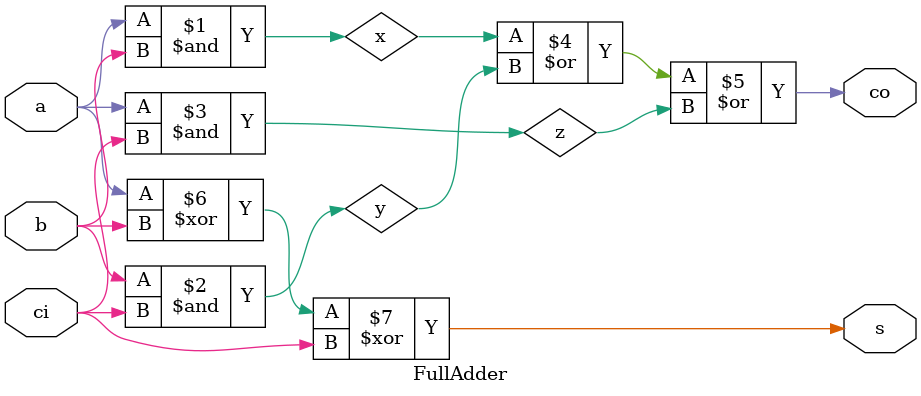
<source format=v>

module FullAdder(
	input  a,  // Operand A
	input  b,  // Operand B
	input  ci, // Carry-In
	output s,  // Sum
	output co  // Carry-Out
);

	wire x, y, z;

	assign x = a & b;
	assign y = b & ci;
	assign z = a & ci;
	assign co = (x | y) | z;
	assign s = (a ^ b) ^ ci;

endmodule

</source>
